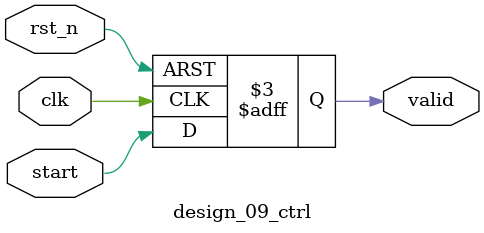
<source format=v>
module design_09_ctrl(
  input  clk,
  input  rst_n,
  input  start,
  output reg valid
);
  reg start_q;
  always @(posedge clk or negedge rst_n) begin
    if (!rst_n) begin
      valid <= 1'b0;
      start_q <= 1'b0;
    end else begin
      start_q <= start;
      valid <= start;
    end
  end
endmodule

</source>
